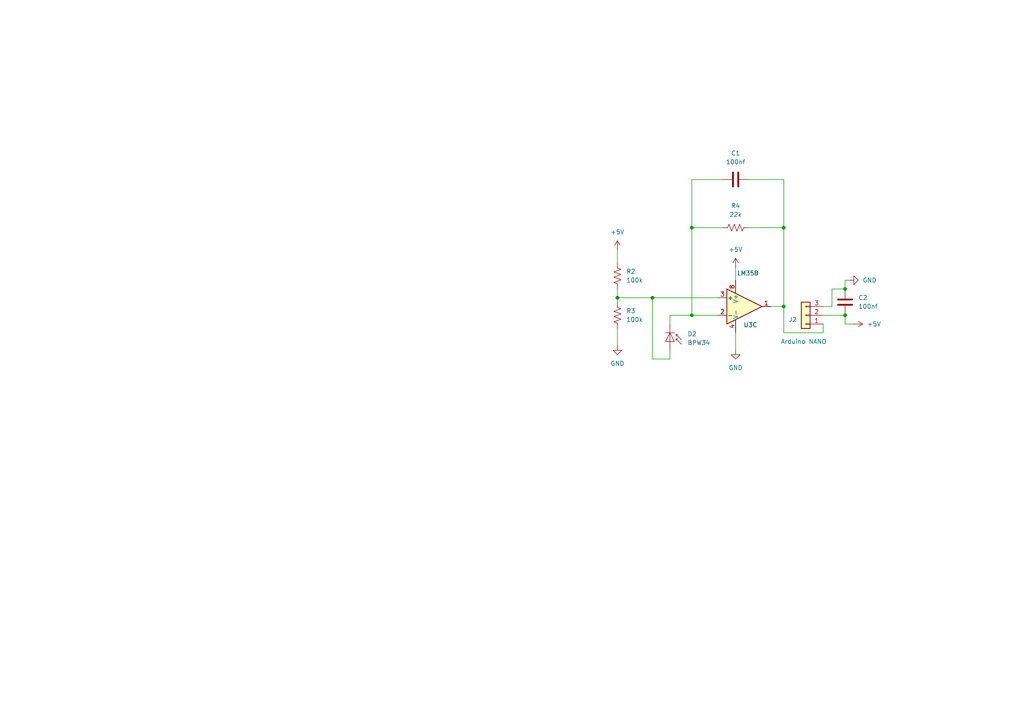
<source format=kicad_sch>
(kicad_sch (version 20250114) (generator "eeschema") (generator_version "9.0")
  (paper "A4")
  (lib_symbols
    (symbol "Amplifier_Operational:LM358" (pin_names (offset 0.127))
      (property "Reference" "U" (at 0 5.08 0))
      (property "Value" "LM358" (at 0 -5.08 0))
      (symbol "LM358_1_1"
        (polyline (pts (xy -5.08 5.08) (xy 5.08 0) (xy -5.08 -5.08) (xy -5.08 5.08)) (stroke (width 0.254)) (fill (type background)))
        (pin input line (at -7.62 2.54 0) (length 2.54) (name "+") (number "3"))
        (pin input line (at -7.62 -2.54 0) (length 2.54) (name "-") (number "2"))
        (pin output line (at 7.62 0 180) (length 2.54) (name "~") (number "1"))
      )
      (symbol "LM358_2_1"
        (polyline (pts (xy -5.08 5.08) (xy 5.08 0) (xy -5.08 -5.08) (xy -5.08 5.08)) (stroke (width 0.254)) (fill (type background)))
        (pin input line (at -7.62 2.54 0) (length 2.54) (name "+") (number "5"))
        (pin input line (at -7.62 -2.54 0) (length 2.54) (name "-") (number "6"))
        (pin output line (at 7.62 0 180) (length 2.54) (name "~") (number "7"))
      )
      (symbol "LM358_3_1"
        (pin power_in line (at -2.54 7.62 270) (length 3.81) (name "V+") (number "8"))
        (pin power_in line (at -2.54 -7.62 90) (length 3.81) (name "V-") (number "4"))
      )
    )
    (symbol "Connector_Generic:Conn_01x03" (pin_names (offset 1.016) (hide yes))
      (property "Reference" "J" (at 0 5.08 0))
      (property "Value" "Conn_01x03" (at 0 -5.08 0))
      (symbol "Conn_01x03_1_1"
        (rectangle (start -1.27 3.81) (end 1.27 -3.81) (stroke (width 0.254)) (fill (type background)))
        (rectangle (start -1.27 2.667) (end 0 2.413) (stroke (width 0.1524)))
        (rectangle (start -1.27 0.127) (end 0 -0.127) (stroke (width 0.1524)))
        (rectangle (start -1.27 -2.413) (end 0 -2.667) (stroke (width 0.1524)))
        (pin passive line (at -5.08 2.54 0) (length 3.81) (name "Pin_1") (number "1"))
        (pin passive line (at -5.08 0 0) (length 3.81) (name "Pin_2") (number "2"))
        (pin passive line (at -5.08 -2.54 0) (length 3.81) (name "Pin_3") (number "3"))
      )
    )
    (symbol "Device:C" (pin_numbers (hide yes)) (pin_names (offset 0.254))
      (property "Reference" "C" (at 0.635 2.54 0))
      (property "Value" "C" (at 0.635 -2.54 0))
      (symbol "C_0_1"
        (polyline (pts (xy -2.032 0.762) (xy 2.032 0.762)) (stroke (width 0.508)))
        (polyline (pts (xy -2.032 -0.762) (xy 2.032 -0.762)) (stroke (width 0.508)))
      )
      (symbol "C_1_1"
        (pin passive line (at 0 3.81 270) (length 2.794) (name "~") (number "1"))
        (pin passive line (at 0 -3.81 90) (length 2.794) (name "~") (number "2"))
      )
    )
    (symbol "Device:R_US" (pin_numbers (hide yes)) (pin_names (offset 0))
      (property "Reference" "R" (at 2.54 0 90))
      (property "Value" "R_US" (at -2.54 0 90))
      (symbol "R_US_0_1"
        (polyline (pts (xy 0 2.286) (xy 0 2.54)))
        (polyline (pts (xy 0 2.286) (xy 1.016 1.905) (xy 0 1.524) (xy -1.016 1.143) (xy 0 0.762)))
        (polyline (pts (xy 0 0.762) (xy 1.016 0.381) (xy 0 0) (xy -1.016 -0.381) (xy 0 -0.762)))
        (polyline (pts (xy 0 -0.762) (xy 1.016 -1.143) (xy 0 -1.524) (xy -1.016 -1.905) (xy 0 -2.286)))
        (polyline (pts (xy 0 -2.286) (xy 0 -2.54)))
      )
      (symbol "R_US_1_1"
        (pin passive line (at 0 3.81 270) (length 1.27) (name "~") (number "1"))
        (pin passive line (at 0 -3.81 90) (length 1.27) (name "~") (number "2"))
      )
    )
    (symbol "Sensor_Optical:BPW34" (pin_numbers (hide yes)) (pin_names (offset 1.016) (hide yes))
      (property "Reference" "D" (at 0.508 1.778 0))
      (property "Value" "BPW34" (at -1.016 -2.794 0))
      (symbol "BPW34_0_1"
        (polyline (pts (xy -2.54 1.27) (xy -2.54 -1.27)) (stroke (width 0.1524)))
        (polyline (pts (xy -2.032 1.778) (xy -1.524 1.778)))
        (polyline (pts (xy -0.508 3.302) (xy -2.032 1.778) (xy -2.032 2.286)))
        (polyline (pts (xy 0 1.27) (xy -2.54 0) (xy 0 -1.27)))
        (polyline (pts (xy 0 0) (xy -2.54 0)))
        (polyline (pts (xy 0 -1.27) (xy 0 1.27)))
        (polyline (pts (xy 0.762 3.302) (xy -0.762 1.778) (xy -0.762 2.286) (xy -0.762 1.778) (xy -0.254 1.778)))
      )
      (symbol "BPW34_1_1"
        (pin passive line (at -5.08 0 0) (length 2.54) (name "K") (number "1"))
        (pin passive line (at 2.54 0 180) (length 2.54) (name "A") (number "2"))
      )
    )
    (symbol "power:+5V" (power) (pin_numbers (hide yes)) (pin_names (offset 0) (hide yes))
      (property "Value" "+5V" (at 0 3.556 0))
      (symbol "+5V_0_1"
        (polyline (pts (xy -0.762 1.27) (xy 0 2.54)))
        (polyline (pts (xy 0 2.54) (xy 0.762 1.27)))
        (polyline (pts (xy 0 0) (xy 0 2.54)))
      )
      (symbol "+5V_1_1"
        (pin power_in line (at 0 0 90) (length 0) (name "~") (number "1"))
      )
    )
    (symbol "power:GND" (power) (pin_numbers (hide yes)) (pin_names (offset 0) (hide yes))
      (property "Value" "GND" (at 0 -3.81 0))
      (symbol "GND_0_1"
        (polyline (pts (xy 0 0) (xy 0 -1.27) (xy 1.27 -1.27) (xy 0 -2.54) (xy -1.27 -1.27) (xy 0 -1.27)))
      )
      (symbol "GND_1_1"
        (pin power_in line (at 0 0 270) (length 0) (name "~") (number "1"))
      )
    )
  )
  (junction (at 245.11 91.44))
  (junction (at 200.66 66.04))
  (junction (at 227.33 66.04))
  (junction (at 245.11 83.82))
  (junction (at 189.23 86.36))
  (junction (at 200.66 91.44))
  (junction (at 179.07 86.36))
  (junction (at 227.33 88.9))
  (wire (pts (xy 245.11 83.82) (xy 245.11 81.28)))
  (wire (pts (xy 200.66 91.44) (xy 208.28 91.44)))
  (wire (pts (xy 213.36 96.52) (xy 213.36 101.6)))
  (wire (pts (xy 189.23 86.36) (xy 208.28 86.36)))
  (wire (pts (xy 209.55 66.04) (xy 200.66 66.04)))
  (wire (pts (xy 179.07 100.33) (xy 179.07 95.25)))
  (wire (pts (xy 179.07 83.82) (xy 179.07 86.36)))
  (wire (pts (xy 245.11 81.28) (xy 246.38 81.28)))
  (wire (pts (xy 194.31 104.14) (xy 189.23 104.14)))
  (wire (pts (xy 227.33 66.04) (xy 227.33 52.07)))
  (wire (pts (xy 213.36 77.47) (xy 213.36 81.28)))
  (wire (pts (xy 238.76 91.44) (xy 245.11 91.44)))
  (wire (pts (xy 227.33 96.52) (xy 227.33 88.9)))
  (wire (pts (xy 227.33 52.07) (xy 217.17 52.07)))
  (wire (pts (xy 179.07 86.36) (xy 189.23 86.36)))
  (wire (pts (xy 238.76 93.98) (xy 238.76 96.52)))
  (wire (pts (xy 194.31 91.44) (xy 194.31 93.98)))
  (wire (pts (xy 179.07 86.36) (xy 179.07 87.63)))
  (wire (pts (xy 241.3 88.9) (xy 241.3 83.82)))
  (wire (pts (xy 200.66 66.04) (xy 200.66 91.44)))
  (wire (pts (xy 200.66 66.04) (xy 200.66 52.07)))
  (wire (pts (xy 241.3 83.82) (xy 245.11 83.82)))
  (wire (pts (xy 245.11 91.44) (xy 245.11 93.98)))
  (wire (pts (xy 227.33 66.04) (xy 227.33 88.9)))
  (wire (pts (xy 179.07 72.39) (xy 179.07 76.2)))
  (wire (pts (xy 189.23 86.36) (xy 189.23 104.14)))
  (wire (pts (xy 245.11 93.98) (xy 247.65 93.98)))
  (wire (pts (xy 238.76 88.9) (xy 241.3 88.9)))
  (wire (pts (xy 227.33 88.9) (xy 223.52 88.9)))
  (wire (pts (xy 194.31 101.6) (xy 194.31 104.14)))
  (wire (pts (xy 200.66 52.07) (xy 209.55 52.07)))
  (wire (pts (xy 217.17 66.04) (xy 227.33 66.04)))
  (wire (pts (xy 238.76 96.52) (xy 227.33 96.52)))
  (wire (pts (xy 194.31 91.44) (xy 200.66 91.44)))
  (symbol (lib_id "power:GND") (at 213.36 101.6 0) (unit 1)
    (property "Reference" "#PWR012" (effects (hide yes)))
    (property "Value" "GND" (at 213.36 106.68 0))
    (property "Description" "Power symbol creates a global label with name \"GND\" , ground" (effects (hide yes)))
  )
  (symbol (lib_id "Amplifier_Operational:LM358") (at 215.9 88.9 0) (unit 3)
    (property "Reference" "U3" (at 215.646 94.234 0) (effects (justify left)))
    (property "Value" "LM358" (effects (hide yes)))
    (property "Footprint" "Package_SO:SOIC-8_3.9x4.9mm_P1.27mm" (effects (hide yes)))
    (property "Datasheet" "http://www.ti.com/lit/ds/symlink/lm2904-n.pdf" (effects (hide yes)))
    (property "Description" "Low-Power, Dual Operational Amplifiers, DIP-8/SOIC-8/TO-99-8" (effects (hide yes)))
  )
  (symbol (lib_id "Device:C") (at 245.11 87.63 180) (unit 1)
    (property "Reference" "C2" (at 248.92 86.3599 0) (effects (justify right)))
    (property "Value" "100nf" (at 248.92 88.8999 0) (effects (justify right)))
    (property "Footprint" "Capacitor_SMD:C_0805_2012Metric" (effects (hide yes)))
    (property "Description" "Unpolarized capacitor" (effects (hide yes)))
  )
  (symbol (lib_id "Connector_Generic:Conn_01x03") (at 233.68 91.44 180) (unit 1)
    (property "Reference" "J2" (at 231.14 92.7101 0) (effects (justify left)))
    (property "Value" "Arduino NANO" (at 239.776 99.06 0) (effects (justify left)))
    (property "Footprint" "Connector_PinHeader_2.54mm:PinHeader_1x03_P2.54mm_Vertical" (effects (hide yes)))
    (property "Description" "Generic connector, single row, 01x03, script generated (kicad-library-utils/schlib/autogen/connector/)" (effects (hide yes)))
  )
  (symbol (lib_id "power:+5V") (at 213.36 77.47 0) (unit 1)
    (property "Reference" "#PWR07" (effects (hide yes)))
    (property "Value" "+5V" (at 213.36 72.39 0))
    (property "Description" "Power symbol creates a global label with name \"+5V\"" (effects (hide yes)))
  )
  (symbol (lib_id "Sensor_Optical:BPW34") (at 194.31 99.06 270) (unit 1)
    (property "Reference" "D2" (at 199.39 96.8628 90) (effects (justify left)))
    (property "Value" "BPW34" (at 199.39 99.4028 90) (effects (justify left)))
    (property "Footprint" "OptoDevice:Osram_BPW34S-SMD" (effects (hide yes)))
    (property "Datasheet" "http://www.vishay.com/docs/81521/bpw34.pdf" (effects (hide yes)))
    (property "Description" "Silicon PIN Photodiode" (effects (hide yes)))
  )
  (symbol (lib_id "power:GND") (at 246.38 81.28 90) (unit 1)
    (property "Reference" "#PWR08" (effects (hide yes)))
    (property "Value" "GND" (at 250.19 81.2799 90) (effects (justify right)))
    (property "Description" "Power symbol creates a global label with name \"GND\" , ground" (effects (hide yes)))
  )
  (symbol (lib_id "Device:R_US") (at 179.07 91.44 0) (unit 1)
    (property "Reference" "R3" (at 181.61 90.1699 0) (effects (justify left)))
    (property "Value" "100k" (at 181.61 92.7099 0) (effects (justify left)))
    (property "Footprint" "Resistor_SMD:R_0805_2012Metric_Pad1.20x1.40mm_HandSolder" (effects (hide yes)))
    (property "Description" "Resistor, US symbol" (effects (hide yes)))
  )
  (symbol (lib_id "Device:R_US") (at 179.07 80.01 180) (unit 1)
    (property "Reference" "R2" (at 181.61 78.7399 0) (effects (justify right)))
    (property "Value" "100k" (at 181.61 81.2799 0) (effects (justify right)))
    (property "Footprint" "Resistor_SMD:R_0805_2012Metric_Pad1.20x1.40mm_HandSolder" (effects (hide yes)))
    (property "Description" "Resistor, US symbol" (effects (hide yes)))
  )
  (symbol (lib_id "Device:R_US") (at 213.36 66.04 270) (unit 1)
    (property "Reference" "R4" (at 213.36 59.69 90))
    (property "Value" "22k" (at 213.36 62.23 90))
    (property "Footprint" "Resistor_SMD:R_0805_2012Metric_Pad1.20x1.40mm_HandSolder" (effects (hide yes)))
    (property "Description" "Resistor, US symbol" (effects (hide yes)))
  )
  (symbol (lib_id "Amplifier_Operational:LM358") (at 215.9 88.9 0) (unit 1)
    (property "Reference" "U3" (effects (hide yes)))
    (property "Value" "LM358" (at 216.916 79.248 0))
    (property "Footprint" "Package_SO:SOIC-8_3.9x4.9mm_P1.27mm" (effects (hide yes)))
    (property "Datasheet" "http://www.ti.com/lit/ds/symlink/lm2904-n.pdf" (effects (hide yes)))
    (property "Description" "Low-Power, Dual Operational Amplifiers, DIP-8/SOIC-8/TO-99-8" (effects (hide yes)))
  )
  (symbol (lib_id "power:+5V") (at 179.07 72.39 0) (unit 1)
    (property "Reference" "#PWR013" (effects (hide yes)))
    (property "Value" "+5V" (at 179.07 67.31 0))
    (property "Description" "Power symbol creates a global label with name \"+5V\"" (effects (hide yes)))
  )
  (symbol (lib_id "power:+5V") (at 247.65 93.98 270) (unit 1)
    (property "Reference" "#PWR09" (effects (hide yes)))
    (property "Value" "+5V" (at 251.46 93.9799 90) (effects (justify left)))
    (property "Description" "Power symbol creates a global label with name \"+5V\"" (effects (hide yes)))
  )
  (symbol (lib_id "Device:C") (at 213.36 52.07 270) (unit 1)
    (property "Reference" "C1" (at 213.36 44.45 90))
    (property "Value" "100nf" (at 213.36 46.99 90))
    (property "Footprint" "Capacitor_THT:C_Disc_D3.0mm_W1.6mm_P2.50mm" (effects (hide yes)))
    (property "Description" "Unpolarized capacitor" (effects (hide yes)))
  )
  (symbol (lib_id "power:GND") (at 179.07 100.33 0) (unit 1)
    (property "Reference" "#PWR011" (effects (hide yes)))
    (property "Value" "GND" (at 179.07 105.41 0))
    (property "Description" "Power symbol creates a global label with name \"GND\" , ground" (effects (hide yes)))
  )
)
</source>
